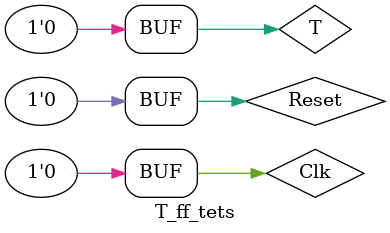
<source format=v>
`timescale 1ns / 1ps


module T_ff_tets;

	// Inputs
	reg T;
	reg Clk;
	reg Reset;

	// Outputs
	wire Q;
	wire Q_bar;

	// Instantiate the Unit Under Test (UUT)
	T_flipflop uut (
		.T(T), 
		.Clk(Clk), 
		.Reset(Reset), 
		.Q(Q), 
		.Q_bar(Q_bar)
	);

	initial begin
		// Initialize Inputs
		T = 0;
		Clk = 0;
		Reset = 0;

		// Wait 100 ns for global reset to finish
		#100;
        
		// Add stimulus here

	end
      
endmodule


</source>
